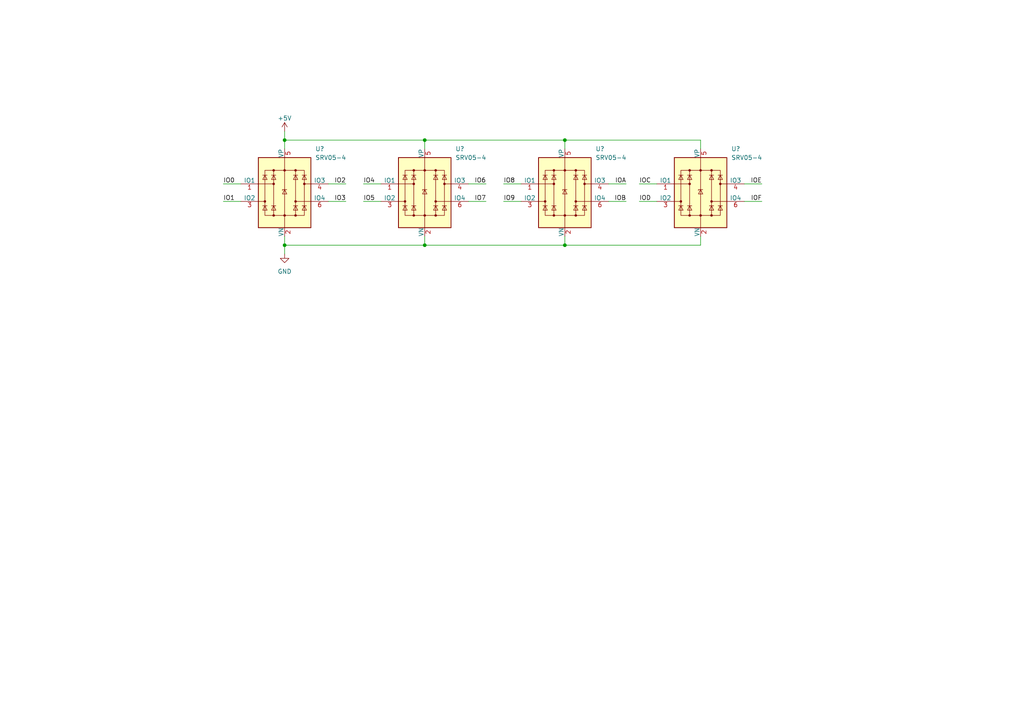
<source format=kicad_sch>
(kicad_sch (version 20230121) (generator eeschema)
  (paper "A4")
  (lib_symbols
    (symbol "Power_Protection:SRV05-4" (pin_names (offset 0))
      (property "Reference" "U" (at -5.08 11.43 0))
      (property "Value" "SRV05-4" (at 2.54 11.43 0))
      (symbol "SRV05-4_0_0"
        (rectangle (start -5.715 6.477) (end 5.715 -6.604))
        (polyline (pts (xy -3.175 -6.604) (xy -3.175 6.477)))
        (polyline (pts (xy 3.175 6.477) (xy 3.175 -6.604)))
      )
      (symbol "SRV05-4_0_1"
        (rectangle (start -7.62 10.16) (end 7.62 -10.16) (stroke (width 0.254)) (fill (type background)))
        (circle (center -5.715 -2.54) (radius 0.2794) (fill (type outline)))
        (circle (center -3.175 -6.604) (radius 0.2794) (fill (type outline)))
        (circle (center -3.175 2.54) (radius 0.2794) (fill (type outline)))
        (circle (center -3.175 6.477) (radius 0.2794) (fill (type outline)))
        (circle (center 0 -6.604) (radius 0.2794) (fill (type outline)))
        (polyline (pts (xy -7.747 2.54) (xy -3.175 2.54)))
        (polyline (pts (xy -7.62 -2.54) (xy -5.715 -2.54)))
        (polyline (pts (xy -5.08 -3.81) (xy -6.35 -3.81)))
        (polyline (pts (xy -5.08 5.08) (xy -6.35 5.08)))
        (polyline (pts (xy -2.54 -3.81) (xy -3.81 -3.81)))
        (polyline (pts (xy -2.54 5.08) (xy -3.81 5.08)))
        (polyline (pts (xy 0 10.16) (xy 0 -10.16)))
        (polyline (pts (xy 3.81 -3.81) (xy 2.54 -3.81)))
        (polyline (pts (xy 3.81 5.08) (xy 2.54 5.08)))
        (polyline (pts (xy 6.35 -3.81) (xy 5.08 -3.81)))
        (polyline (pts (xy 6.35 5.08) (xy 5.08 5.08)))
        (polyline (pts (xy 7.62 -2.54) (xy 3.175 -2.54)))
        (polyline (pts (xy 7.62 2.54) (xy 5.715 2.54)))
        (polyline (pts (xy 0.635 0.889) (xy -0.635 0.889) (xy -0.635 0.635)))
        (polyline (pts (xy -5.08 -5.08) (xy -6.35 -5.08) (xy -5.715 -3.81) (xy -5.08 -5.08)))
        (polyline (pts (xy -5.08 3.81) (xy -6.35 3.81) (xy -5.715 5.08) (xy -5.08 3.81)))
        (polyline (pts (xy -2.54 -5.08) (xy -3.81 -5.08) (xy -3.175 -3.81) (xy -2.54 -5.08)))
        (polyline (pts (xy -2.54 3.81) (xy -3.81 3.81) (xy -3.175 5.08) (xy -2.54 3.81)))
        (polyline (pts (xy 0.635 -0.381) (xy -0.635 -0.381) (xy 0 0.889) (xy 0.635 -0.381)))
        (polyline (pts (xy 3.81 -5.08) (xy 2.54 -5.08) (xy 3.175 -3.81) (xy 3.81 -5.08)))
        (polyline (pts (xy 3.81 3.81) (xy 2.54 3.81) (xy 3.175 5.08) (xy 3.81 3.81)))
        (polyline (pts (xy 6.35 -5.08) (xy 5.08 -5.08) (xy 5.715 -3.81) (xy 6.35 -5.08)))
        (polyline (pts (xy 6.35 3.81) (xy 5.08 3.81) (xy 5.715 5.08) (xy 6.35 3.81)))
        (circle (center 0 6.477) (radius 0.2794) (fill (type outline)))
        (circle (center 3.175 -6.604) (radius 0.2794) (fill (type outline)))
        (circle (center 3.175 -2.54) (radius 0.2794) (fill (type outline)))
        (circle (center 3.175 6.477) (radius 0.2794) (fill (type outline)))
        (circle (center 5.715 2.54) (radius 0.2794) (fill (type outline)))
      )
      (symbol "SRV05-4_1_1"
        (pin passive line (at -12.7 2.54 0) (length 5.08) (name "IO1") (number "1"))
        (pin passive line (at 0 -12.7 90) (length 2.54) (name "VN") (number "2"))
        (pin passive line (at -12.7 -2.54 0) (length 5.08) (name "IO2") (number "3"))
        (pin passive line (at 12.7 2.54 180) (length 5.08) (name "IO3") (number "4"))
        (pin passive line (at 0 12.7 270) (length 2.54) (name "VP") (number "5"))
        (pin passive line (at 12.7 -2.54 180) (length 5.08) (name "IO4") (number "6"))
      )
    )
    (symbol "power:+5V" (power) (pin_names (offset 0))
      (property "Value" "+5V" (at 0 3.556 0))
      (symbol "+5V_0_1"
        (polyline (pts (xy -0.762 1.27) (xy 0 2.54)))
        (polyline (pts (xy 0 0) (xy 0 2.54)))
        (polyline (pts (xy 0 2.54) (xy 0.762 1.27)))
      )
      (symbol "+5V_1_1"
        (pin power_in line (at 0 0 90) (length 0) hide (name "+5V") (number "1"))
      )
    )
    (symbol "power:GND" (power) (pin_names (offset 0))
      (property "Value" "GND" (at 0 -3.81 0))
      (symbol "GND_0_1"
        (polyline (pts (xy 0 0) (xy 0 -1.27) (xy 1.27 -1.27) (xy 0 -2.54) (xy -1.27 -1.27) (xy 0 -1.27)))
      )
      (symbol "GND_1_1"
        (pin power_in line (at 0 0 270) (length 0) hide (name "GND") (number "1"))
      )
    )
  )
  (junction (at 123.19 40.64))
  (junction (at 163.83 40.64))
  (junction (at 82.55 71.12))
  (junction (at 163.83 71.12))
  (junction (at 123.19 71.12))
  (junction (at 82.55 40.64))
  (wire (pts (xy 146.05 58.42) (xy 151.13 58.42)))
  (wire (pts (xy 135.89 58.42) (xy 140.97 58.42)))
  (wire (pts (xy 185.42 53.34) (xy 190.5 53.34)))
  (wire (pts (xy 163.83 71.12) (xy 203.2 71.12)))
  (wire (pts (xy 82.55 73.66) (xy 82.55 71.12)))
  (wire (pts (xy 82.55 71.12) (xy 123.19 71.12)))
  (wire (pts (xy 123.19 71.12) (xy 163.83 71.12)))
  (wire (pts (xy 123.19 68.58) (xy 123.19 71.12)))
  (wire (pts (xy 95.25 58.42) (xy 100.33 58.42)))
  (wire (pts (xy 215.9 58.42) (xy 220.98 58.42)))
  (wire (pts (xy 123.19 40.64) (xy 163.83 40.64)))
  (wire (pts (xy 82.55 40.64) (xy 123.19 40.64)))
  (wire (pts (xy 215.9 53.34) (xy 220.98 53.34)))
  (wire (pts (xy 105.41 58.42) (xy 110.49 58.42)))
  (wire (pts (xy 203.2 68.58) (xy 203.2 71.12)))
  (wire (pts (xy 105.41 53.34) (xy 110.49 53.34)))
  (wire (pts (xy 64.77 53.34) (xy 69.85 53.34)))
  (wire (pts (xy 185.42 58.42) (xy 190.5 58.42)))
  (wire (pts (xy 82.55 38.1) (xy 82.55 40.64)))
  (wire (pts (xy 163.83 40.64) (xy 163.83 43.18)))
  (wire (pts (xy 146.05 53.34) (xy 151.13 53.34)))
  (wire (pts (xy 163.83 40.64) (xy 203.2 40.64)))
  (wire (pts (xy 82.55 40.64) (xy 82.55 43.18)))
  (wire (pts (xy 95.25 53.34) (xy 100.33 53.34)))
  (wire (pts (xy 163.83 68.58) (xy 163.83 71.12)))
  (wire (pts (xy 135.89 53.34) (xy 140.97 53.34)))
  (wire (pts (xy 176.53 58.42) (xy 181.61 58.42)))
  (wire (pts (xy 203.2 40.64) (xy 203.2 43.18)))
  (wire (pts (xy 123.19 40.64) (xy 123.19 43.18)))
  (wire (pts (xy 82.55 68.58) (xy 82.55 71.12)))
  (wire (pts (xy 64.77 58.42) (xy 69.85 58.42)))
  (wire (pts (xy 176.53 53.34) (xy 181.61 53.34)))
  (label "IOA" (at 181.61 53.34 180))
  (label "IO8" (at 146.05 53.34 0))
  (label "IOD" (at 185.42 58.42 0))
  (label "IOB" (at 181.61 58.42 180))
  (label "IO3" (at 100.33 58.42 180))
  (label "IO7" (at 140.97 58.42 180))
  (label "IOE" (at 220.98 53.34 180))
  (label "IO1" (at 64.77 58.42 0))
  (label "IOF" (at 220.98 58.42 180))
  (label "IO2" (at 100.33 53.34 180))
  (label "IO6" (at 140.97 53.34 180))
  (label "IO5" (at 105.41 58.42 0))
  (label "IOC" (at 185.42 53.34 0))
  (label "IO0" (at 64.77 53.34 0))
  (label "IO4" (at 105.41 53.34 0))
  (label "IO9" (at 146.05 58.42 0))
  (symbol (lib_id "power:GND") (at 82.55 73.66 0) (unit 1)
    (property "Reference" "#PWR0116" (effects hide))
    (property "Value" "GND" (at 82.55 78.74 0))
    (instances (project "mula" (path "" (reference "#PWR0116") (unit 1)) (path "" (reference "#PWR0402") (unit 1))))
  )
  (symbol (lib_id "Power_Protection:SRV05-4") (at 82.55 55.88 0) (unit 1)
    (property "Reference" "U?" (at 91.44 43.18 0) (effects (justify left)))
    (property "Value" "SRV05-4" (at 91.44 45.72 0) (effects (justify left)))
    (property "Footprint" "Package_TO_SOT_SMD:SOT-23-6" (effects hide))
    (property "Datasheet" "http://www.onsemi.com/pub/Collateral/SRV05-4-D.PDF" (effects hide))
  )
  (symbol (lib_id "Power_Protection:SRV05-4") (at 203.2 55.88 0) (unit 1)
    (property "Reference" "U?" (at 212.09 43.18 0) (effects (justify left)))
    (property "Value" "SRV05-4" (at 212.09 45.72 0) (effects (justify left)))
    (property "Footprint" "Package_TO_SOT_SMD:SOT-23-6" (effects hide))
    (property "Datasheet" "http://www.onsemi.com/pub/Collateral/SRV05-4-D.PDF" (effects hide))
  )
  (symbol (lib_id "power:+5V") (at 82.55 38.1 0) (unit 1)
    (property "Reference" "#PWR0115" (effects hide))
    (property "Value" "+5V" (at 82.55 34.29 0))
    (instances (project "mula" (path "" (reference "#PWR0115") (unit 1)) (path "" (reference "#PWR0401") (unit 1))))
  )
  (symbol (lib_id "Power_Protection:SRV05-4") (at 163.83 55.88 0) (unit 1)
    (property "Reference" "U?" (at 172.72 43.18 0) (effects (justify left)))
    (property "Value" "SRV05-4" (at 172.72 45.72 0) (effects (justify left)))
    (property "Footprint" "Package_TO_SOT_SMD:SOT-23-6" (effects hide))
    (property "Datasheet" "http://www.onsemi.com/pub/Collateral/SRV05-4-D.PDF" (effects hide))
  )
  (symbol (lib_id "Power_Protection:SRV05-4") (at 123.19 55.88 0) (unit 1)
    (property "Reference" "U?" (at 132.08 43.18 0) (effects (justify left)))
    (property "Value" "SRV05-4" (at 132.08 45.72 0) (effects (justify left)))
    (property "Footprint" "Package_TO_SOT_SMD:SOT-23-6" (effects hide))
    (property "Datasheet" "http://www.onsemi.com/pub/Collateral/SRV05-4-D.PDF" (effects hide))
  )
)
</source>
